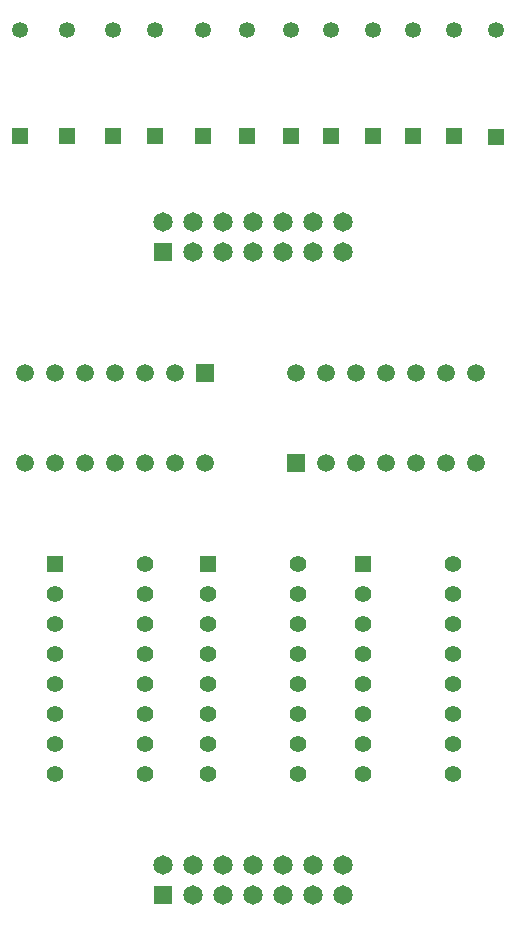
<source format=gbr>
%TF.GenerationSoftware,Altium Limited,Altium Designer,22.9.1 (49)*%
G04 Layer_Color=255*
%FSLAX45Y45*%
%MOMM*%
%TF.SameCoordinates,4BB515F2-1930-42CC-84AD-66DDC1B42358*%
%TF.FilePolarity,Positive*%
%TF.FileFunction,Pads,Bot*%
%TF.Part,Single*%
G01*
G75*
%TA.AperFunction,ComponentPad*%
%ADD12R,1.50000X1.50000*%
%ADD13C,1.50000*%
%ADD14R,1.40000X1.40000*%
%ADD15C,1.40000*%
%ADD16C,1.35000*%
%ADD17R,1.35000X1.35000*%
%ADD18C,1.65000*%
%ADD19R,1.65000X1.65000*%
D12*
X5550784Y8255000D02*
D03*
X4775200Y9017000D02*
D03*
D13*
X5804784Y8255000D02*
D03*
X6058784D02*
D03*
X6312784D02*
D03*
X6566784D02*
D03*
X6820784D02*
D03*
X7074784D02*
D03*
X5550784Y9017000D02*
D03*
X5804784D02*
D03*
X6058784D02*
D03*
X6312784D02*
D03*
X6566784D02*
D03*
X6820784D02*
D03*
X7074784D02*
D03*
X4521200D02*
D03*
X4267200D02*
D03*
X4013200D02*
D03*
X3759200D02*
D03*
X3505200D02*
D03*
X3251200D02*
D03*
X4775200Y8255000D02*
D03*
X4521200D02*
D03*
X4267200D02*
D03*
X4013200D02*
D03*
X3759200D02*
D03*
X3505200D02*
D03*
X3251200D02*
D03*
D14*
X6116940Y7404100D02*
D03*
X4804288D02*
D03*
X3505200D02*
D03*
D15*
X6116940Y7150100D02*
D03*
Y6896100D02*
D03*
Y6642100D02*
D03*
Y6388100D02*
D03*
Y6134100D02*
D03*
Y5880100D02*
D03*
Y5626100D02*
D03*
X6878940Y7404100D02*
D03*
Y7150100D02*
D03*
Y6896100D02*
D03*
Y6642100D02*
D03*
Y6388100D02*
D03*
Y6134100D02*
D03*
Y5880100D02*
D03*
Y5626100D02*
D03*
X4804288Y7150100D02*
D03*
Y6896100D02*
D03*
Y6642100D02*
D03*
Y6388100D02*
D03*
Y6134100D02*
D03*
Y5880100D02*
D03*
Y5626100D02*
D03*
X5566288Y7404100D02*
D03*
Y7150100D02*
D03*
Y6896100D02*
D03*
Y6642100D02*
D03*
Y6388100D02*
D03*
Y6134100D02*
D03*
Y5880100D02*
D03*
Y5626100D02*
D03*
X3505200Y7150100D02*
D03*
Y6896100D02*
D03*
Y6642100D02*
D03*
Y6388100D02*
D03*
Y6134100D02*
D03*
Y5880100D02*
D03*
Y5626100D02*
D03*
X4267200Y7404100D02*
D03*
Y7150100D02*
D03*
Y6896100D02*
D03*
Y6642100D02*
D03*
Y6388100D02*
D03*
Y6134100D02*
D03*
Y5880100D02*
D03*
Y5626100D02*
D03*
D16*
X7242449Y11917924D02*
D03*
X3213705Y11923603D02*
D03*
X6888800D02*
D03*
X3608294D02*
D03*
X6538661D02*
D03*
X3996192D02*
D03*
X6203432D02*
D03*
X4353789D02*
D03*
X5844860D02*
D03*
X4756882D02*
D03*
X5502311D02*
D03*
X5137389D02*
D03*
D17*
X7242449Y11017921D02*
D03*
X3213705Y11023600D02*
D03*
X6888800D02*
D03*
X3608294D02*
D03*
X6538661D02*
D03*
X3996192D02*
D03*
X6203432D02*
D03*
X4353789D02*
D03*
X5844860D02*
D03*
X4756882D02*
D03*
X5502311D02*
D03*
X5137389D02*
D03*
D18*
X5185288Y4849993D02*
D03*
Y4595993D02*
D03*
X4931288Y4849993D02*
D03*
Y4595993D02*
D03*
X4423288Y4849993D02*
D03*
X4677288Y4595993D02*
D03*
Y4849993D02*
D03*
X5439288Y4595993D02*
D03*
Y4849993D02*
D03*
X5693288Y4595993D02*
D03*
X5947288D02*
D03*
X5693288Y4849993D02*
D03*
X5947288D02*
D03*
X5183856Y10296708D02*
D03*
Y10042708D02*
D03*
X4929856Y10296708D02*
D03*
Y10042708D02*
D03*
X4421856Y10296708D02*
D03*
X4675856Y10042708D02*
D03*
Y10296708D02*
D03*
X5437856Y10042708D02*
D03*
Y10296708D02*
D03*
X5691856Y10042708D02*
D03*
X5945856D02*
D03*
X5691856Y10296708D02*
D03*
X5945856D02*
D03*
D19*
X4423288Y4595993D02*
D03*
X4421856Y10042708D02*
D03*
%TF.MD5,821bb16d52471c4b7febe1e3d3a80a00*%
M02*

</source>
